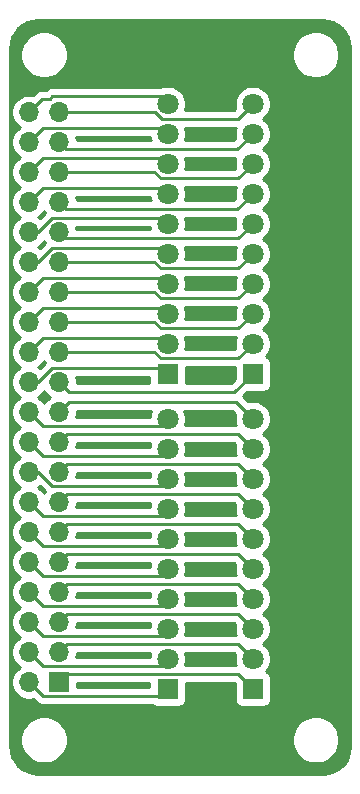
<source format=gbr>
G04 #@! TF.GenerationSoftware,KiCad,Pcbnew,(5.1.6)-1*
G04 #@! TF.CreationDate,2020-11-02T00:41:24+04:00*
G04 #@! TF.ProjectId,RPi3-screw-terminal-shiel,52506933-2d73-4637-9265-772d7465726d,rev?*
G04 #@! TF.SameCoordinates,Original*
G04 #@! TF.FileFunction,Copper,L1,Top*
G04 #@! TF.FilePolarity,Positive*
%FSLAX46Y46*%
G04 Gerber Fmt 4.6, Leading zero omitted, Abs format (unit mm)*
G04 Created by KiCad (PCBNEW (5.1.6)-1) date 2020-11-02 00:41:24*
%MOMM*%
%LPD*%
G01*
G04 APERTURE LIST*
G04 #@! TA.AperFunction,ComponentPad*
%ADD10C,1.800000*%
G04 #@! TD*
G04 #@! TA.AperFunction,ComponentPad*
%ADD11R,1.800000X1.800000*%
G04 #@! TD*
G04 #@! TA.AperFunction,ComponentPad*
%ADD12O,1.700000X1.700000*%
G04 #@! TD*
G04 #@! TA.AperFunction,ComponentPad*
%ADD13R,1.700000X1.700000*%
G04 #@! TD*
G04 #@! TA.AperFunction,Conductor*
%ADD14C,0.250000*%
G04 #@! TD*
G04 #@! TA.AperFunction,NonConductor*
%ADD15C,0.254000*%
G04 #@! TD*
G04 APERTURE END LIST*
D10*
G04 #@! TO.P,J3,10*
G04 #@! TO.N,/39*
X109500000Y-43040000D03*
G04 #@! TO.P,J3,9*
G04 #@! TO.N,/37*
X109500000Y-45580000D03*
G04 #@! TO.P,J3,8*
G04 #@! TO.N,/35*
X109500000Y-48120000D03*
G04 #@! TO.P,J3,7*
G04 #@! TO.N,/33*
X109500000Y-50660000D03*
G04 #@! TO.P,J3,6*
G04 #@! TO.N,/31*
X109500000Y-53200000D03*
G04 #@! TO.P,J3,5*
G04 #@! TO.N,/29*
X109500000Y-55740000D03*
G04 #@! TO.P,J3,4*
G04 #@! TO.N,/27*
X109500000Y-58280000D03*
G04 #@! TO.P,J3,3*
G04 #@! TO.N,/25*
X109500000Y-60820000D03*
G04 #@! TO.P,J3,2*
G04 #@! TO.N,/23*
X109500000Y-63360000D03*
D11*
G04 #@! TO.P,J3,1*
G04 #@! TO.N,/21*
X109500000Y-65900000D03*
G04 #@! TD*
D10*
G04 #@! TO.P,J5,10*
G04 #@! TO.N,/40*
X102300000Y-43040000D03*
G04 #@! TO.P,J5,9*
G04 #@! TO.N,/38*
X102300000Y-45580000D03*
G04 #@! TO.P,J5,8*
G04 #@! TO.N,/36*
X102300000Y-48120000D03*
G04 #@! TO.P,J5,7*
G04 #@! TO.N,/34*
X102300000Y-50660000D03*
G04 #@! TO.P,J5,6*
G04 #@! TO.N,/32*
X102300000Y-53200000D03*
G04 #@! TO.P,J5,5*
G04 #@! TO.N,/30*
X102300000Y-55740000D03*
G04 #@! TO.P,J5,4*
G04 #@! TO.N,/28*
X102300000Y-58280000D03*
G04 #@! TO.P,J5,3*
G04 #@! TO.N,/26*
X102300000Y-60820000D03*
G04 #@! TO.P,J5,2*
G04 #@! TO.N,/24*
X102300000Y-63360000D03*
D11*
G04 #@! TO.P,J5,1*
G04 #@! TO.N,/22*
X102300000Y-65900000D03*
G04 #@! TD*
D10*
G04 #@! TO.P,J2,10*
G04 #@! TO.N,/19*
X109500000Y-69700000D03*
G04 #@! TO.P,J2,9*
G04 #@! TO.N,/17*
X109500000Y-72240000D03*
G04 #@! TO.P,J2,8*
G04 #@! TO.N,/15*
X109500000Y-74780000D03*
G04 #@! TO.P,J2,7*
G04 #@! TO.N,/13*
X109500000Y-77320000D03*
G04 #@! TO.P,J2,6*
G04 #@! TO.N,/11*
X109500000Y-79860000D03*
G04 #@! TO.P,J2,5*
G04 #@! TO.N,/9*
X109500000Y-82400000D03*
G04 #@! TO.P,J2,4*
G04 #@! TO.N,/7*
X109500000Y-84940000D03*
G04 #@! TO.P,J2,3*
G04 #@! TO.N,/5*
X109500000Y-87480000D03*
G04 #@! TO.P,J2,2*
G04 #@! TO.N,/3*
X109500000Y-90020000D03*
D11*
G04 #@! TO.P,J2,1*
G04 #@! TO.N,/1*
X109500000Y-92560000D03*
G04 #@! TD*
G04 #@! TO.P,J4,1*
G04 #@! TO.N,/2*
X102300000Y-92560000D03*
D10*
G04 #@! TO.P,J4,2*
G04 #@! TO.N,/4*
X102300000Y-90020000D03*
G04 #@! TO.P,J4,3*
G04 #@! TO.N,/6*
X102300000Y-87480000D03*
G04 #@! TO.P,J4,4*
G04 #@! TO.N,/8*
X102300000Y-84940000D03*
G04 #@! TO.P,J4,5*
G04 #@! TO.N,/10*
X102300000Y-82400000D03*
G04 #@! TO.P,J4,6*
G04 #@! TO.N,/12*
X102300000Y-79860000D03*
G04 #@! TO.P,J4,7*
G04 #@! TO.N,/14*
X102300000Y-77320000D03*
G04 #@! TO.P,J4,8*
G04 #@! TO.N,/16*
X102300000Y-74780000D03*
G04 #@! TO.P,J4,9*
G04 #@! TO.N,/18*
X102300000Y-72240000D03*
G04 #@! TO.P,J4,10*
G04 #@! TO.N,/20*
X102300000Y-69700000D03*
G04 #@! TD*
D12*
G04 #@! TO.P,J1,40*
G04 #@! TO.N,/40*
X90560000Y-43740000D03*
G04 #@! TO.P,J1,39*
G04 #@! TO.N,/39*
X93100000Y-43740000D03*
G04 #@! TO.P,J1,26*
G04 #@! TO.N,/26*
X90560000Y-61520000D03*
G04 #@! TO.P,J1,25*
G04 #@! TO.N,/25*
X93100000Y-61520000D03*
G04 #@! TO.P,J1,22*
G04 #@! TO.N,/22*
X90560000Y-66600000D03*
G04 #@! TO.P,J1,21*
G04 #@! TO.N,/21*
X93100000Y-66600000D03*
G04 #@! TO.P,J1,30*
G04 #@! TO.N,/30*
X90560000Y-56440000D03*
G04 #@! TO.P,J1,29*
G04 #@! TO.N,/29*
X93100000Y-56440000D03*
G04 #@! TO.P,J1,8*
G04 #@! TO.N,/8*
X90560000Y-84380000D03*
G04 #@! TO.P,J1,7*
G04 #@! TO.N,/7*
X93100000Y-84380000D03*
G04 #@! TO.P,J1,32*
G04 #@! TO.N,/32*
X90560000Y-53900000D03*
G04 #@! TO.P,J1,31*
G04 #@! TO.N,/31*
X93100000Y-53900000D03*
G04 #@! TO.P,J1,18*
G04 #@! TO.N,/18*
X90560000Y-71680000D03*
G04 #@! TO.P,J1,17*
G04 #@! TO.N,/17*
X93100000Y-71680000D03*
G04 #@! TO.P,J1,36*
G04 #@! TO.N,/36*
X90560000Y-48820000D03*
G04 #@! TO.P,J1,35*
G04 #@! TO.N,/35*
X93100000Y-48820000D03*
G04 #@! TO.P,J1,34*
G04 #@! TO.N,/34*
X90560000Y-51360000D03*
G04 #@! TO.P,J1,33*
G04 #@! TO.N,/33*
X93100000Y-51360000D03*
G04 #@! TO.P,J1,38*
G04 #@! TO.N,/38*
X90560000Y-46280000D03*
G04 #@! TO.P,J1,37*
G04 #@! TO.N,/37*
X93100000Y-46280000D03*
G04 #@! TO.P,J1,20*
G04 #@! TO.N,/20*
X90560000Y-69140000D03*
G04 #@! TO.P,J1,19*
G04 #@! TO.N,/19*
X93100000Y-69140000D03*
G04 #@! TO.P,J1,10*
G04 #@! TO.N,/10*
X90560000Y-81840000D03*
G04 #@! TO.P,J1,9*
G04 #@! TO.N,/9*
X93100000Y-81840000D03*
G04 #@! TO.P,J1,14*
G04 #@! TO.N,/14*
X90560000Y-76760000D03*
G04 #@! TO.P,J1,13*
G04 #@! TO.N,/13*
X93100000Y-76760000D03*
G04 #@! TO.P,J1,28*
G04 #@! TO.N,/28*
X90560000Y-58980000D03*
G04 #@! TO.P,J1,27*
G04 #@! TO.N,/27*
X93100000Y-58980000D03*
G04 #@! TO.P,J1,12*
G04 #@! TO.N,/12*
X90560000Y-79300000D03*
G04 #@! TO.P,J1,11*
G04 #@! TO.N,/11*
X93100000Y-79300000D03*
G04 #@! TO.P,J1,24*
G04 #@! TO.N,/24*
X90560000Y-64060000D03*
G04 #@! TO.P,J1,23*
G04 #@! TO.N,/23*
X93100000Y-64060000D03*
D13*
G04 #@! TO.P,J1,1*
G04 #@! TO.N,/1*
X93100000Y-92000000D03*
D12*
G04 #@! TO.P,J1,2*
G04 #@! TO.N,/2*
X90560000Y-92000000D03*
G04 #@! TO.P,J1,5*
G04 #@! TO.N,/5*
X93100000Y-86920000D03*
G04 #@! TO.P,J1,4*
G04 #@! TO.N,/4*
X90560000Y-89460000D03*
G04 #@! TO.P,J1,16*
G04 #@! TO.N,/16*
X90560000Y-74220000D03*
G04 #@! TO.P,J1,15*
G04 #@! TO.N,/15*
X93100000Y-74220000D03*
G04 #@! TO.P,J1,3*
G04 #@! TO.N,/3*
X93100000Y-89460000D03*
G04 #@! TO.P,J1,6*
G04 #@! TO.N,/6*
X90560000Y-86920000D03*
G04 #@! TD*
D14*
G04 #@! TO.N,/40*
X101660000Y-42400000D02*
X102300000Y-43040000D01*
X92500000Y-42400000D02*
X101660000Y-42400000D01*
X90560000Y-43740000D02*
X91700000Y-42600000D01*
X92300000Y-42600000D02*
X92500000Y-42400000D01*
X91700000Y-42600000D02*
X92300000Y-42600000D01*
G04 #@! TO.N,/39*
X101240000Y-43740000D02*
X101800000Y-44300000D01*
X93100000Y-43740000D02*
X101240000Y-43740000D01*
X108240000Y-44300000D02*
X109500000Y-43040000D01*
X101800000Y-44300000D02*
X108240000Y-44300000D01*
G04 #@! TO.N,/26*
X101824999Y-60344999D02*
X102300000Y-60820000D01*
X91735001Y-60344999D02*
X101824999Y-60344999D01*
X90560000Y-61520000D02*
X91735001Y-60344999D01*
G04 #@! TO.N,/25*
X101711999Y-62045001D02*
X108274999Y-62045001D01*
X108274999Y-62045001D02*
X109500000Y-60820000D01*
X101186998Y-61520000D02*
X101711999Y-62045001D01*
X93100000Y-61520000D02*
X101186998Y-61520000D01*
G04 #@! TO.N,/22*
X101824999Y-65424999D02*
X102300000Y-65900000D01*
X91360998Y-66600000D02*
X92535999Y-65424999D01*
X92535999Y-65424999D02*
X101824999Y-65424999D01*
X90560000Y-66600000D02*
X91360998Y-66600000D01*
G04 #@! TO.N,/21*
X107950001Y-67449999D02*
X109500000Y-65900000D01*
X93949999Y-67449999D02*
X107950001Y-67449999D01*
X93100000Y-66600000D02*
X93949999Y-67449999D01*
G04 #@! TO.N,/30*
X101824999Y-55264999D02*
X102300000Y-55740000D01*
X91360998Y-56440000D02*
X92535999Y-55264999D01*
X92535999Y-55264999D02*
X101824999Y-55264999D01*
X90560000Y-56440000D02*
X91360998Y-56440000D01*
G04 #@! TO.N,/29*
X108274999Y-56965001D02*
X109500000Y-55740000D01*
X101711999Y-56965001D02*
X108274999Y-56965001D01*
X101186998Y-56440000D02*
X101711999Y-56965001D01*
X93100000Y-56440000D02*
X101186998Y-56440000D01*
G04 #@! TO.N,/8*
X91735001Y-85555001D02*
X101684999Y-85555001D01*
X101684999Y-85555001D02*
X102300000Y-84940000D01*
X90560000Y-84380000D02*
X91735001Y-85555001D01*
G04 #@! TO.N,/7*
X108274999Y-83714999D02*
X109500000Y-84940000D01*
X93765001Y-83714999D02*
X108274999Y-83714999D01*
X93100000Y-84380000D02*
X93765001Y-83714999D01*
G04 #@! TO.N,/32*
X101824999Y-52724999D02*
X102300000Y-53200000D01*
X92535999Y-52724999D02*
X101824999Y-52724999D01*
X91360998Y-53900000D02*
X92535999Y-52724999D01*
X90560000Y-53900000D02*
X91360998Y-53900000D01*
G04 #@! TO.N,/31*
X108274999Y-54425001D02*
X109500000Y-53200000D01*
X93625001Y-54425001D02*
X108274999Y-54425001D01*
X93100000Y-53900000D02*
X93625001Y-54425001D01*
G04 #@! TO.N,/18*
X101684999Y-72855001D02*
X102300000Y-72240000D01*
X91735001Y-72855001D02*
X101684999Y-72855001D01*
X90560000Y-71680000D02*
X91735001Y-72855001D01*
G04 #@! TO.N,/17*
X108274999Y-71014999D02*
X109500000Y-72240000D01*
X93765001Y-71014999D02*
X108274999Y-71014999D01*
X93100000Y-71680000D02*
X93765001Y-71014999D01*
G04 #@! TO.N,/36*
X101824999Y-47644999D02*
X102300000Y-48120000D01*
X91735001Y-47644999D02*
X101824999Y-47644999D01*
X90560000Y-48820000D02*
X91735001Y-47644999D01*
G04 #@! TO.N,/35*
X108274999Y-49345001D02*
X109500000Y-48120000D01*
X101711999Y-49345001D02*
X108274999Y-49345001D01*
X101186998Y-48820000D02*
X101711999Y-49345001D01*
X93100000Y-48820000D02*
X101186998Y-48820000D01*
G04 #@! TO.N,/34*
X101824999Y-50184999D02*
X102300000Y-50660000D01*
X91735001Y-50184999D02*
X101824999Y-50184999D01*
X90560000Y-51360000D02*
X91735001Y-50184999D01*
G04 #@! TO.N,/33*
X108185001Y-51974999D02*
X109500000Y-50660000D01*
X93714999Y-51974999D02*
X108185001Y-51974999D01*
X93100000Y-51360000D02*
X93714999Y-51974999D01*
G04 #@! TO.N,/38*
X101824999Y-45104999D02*
X102300000Y-45580000D01*
X91735001Y-45104999D02*
X101824999Y-45104999D01*
X90560000Y-46280000D02*
X91735001Y-45104999D01*
G04 #@! TO.N,/37*
X108185001Y-46894999D02*
X109500000Y-45580000D01*
X93714999Y-46894999D02*
X108185001Y-46894999D01*
X93100000Y-46280000D02*
X93714999Y-46894999D01*
G04 #@! TO.N,/20*
X101684999Y-70315001D02*
X102300000Y-69700000D01*
X91735001Y-70315001D02*
X101684999Y-70315001D01*
X90560000Y-69140000D02*
X91735001Y-70315001D01*
G04 #@! TO.N,/19*
X108090001Y-68290001D02*
X109500000Y-69700000D01*
X93949999Y-68290001D02*
X108090001Y-68290001D01*
X93100000Y-69140000D02*
X93949999Y-68290001D01*
G04 #@! TO.N,/10*
X101684999Y-83015001D02*
X102300000Y-82400000D01*
X91735001Y-83015001D02*
X101684999Y-83015001D01*
X90560000Y-81840000D02*
X91735001Y-83015001D01*
G04 #@! TO.N,/9*
X93765001Y-81174999D02*
X108274999Y-81174999D01*
X108274999Y-81174999D02*
X109500000Y-82400000D01*
X93100000Y-81840000D02*
X93765001Y-81174999D01*
G04 #@! TO.N,/14*
X101684999Y-77935001D02*
X102300000Y-77320000D01*
X91735001Y-77935001D02*
X101684999Y-77935001D01*
X90560000Y-76760000D02*
X91735001Y-77935001D01*
G04 #@! TO.N,/13*
X108274999Y-76094999D02*
X109500000Y-77320000D01*
X93765001Y-76094999D02*
X108274999Y-76094999D01*
X93100000Y-76760000D02*
X93765001Y-76094999D01*
G04 #@! TO.N,/28*
X91735001Y-57804999D02*
X101824999Y-57804999D01*
X101824999Y-57804999D02*
X102300000Y-58280000D01*
X90560000Y-58980000D02*
X91735001Y-57804999D01*
G04 #@! TO.N,/27*
X108274999Y-59505001D02*
X109500000Y-58280000D01*
X101711999Y-59505001D02*
X108274999Y-59505001D01*
X101186998Y-58980000D02*
X101711999Y-59505001D01*
X93100000Y-58980000D02*
X101186998Y-58980000D01*
G04 #@! TO.N,/12*
X101684999Y-80475001D02*
X102300000Y-79860000D01*
X91735001Y-80475001D02*
X101684999Y-80475001D01*
X90560000Y-79300000D02*
X91735001Y-80475001D01*
G04 #@! TO.N,/11*
X93765001Y-78634999D02*
X108274999Y-78634999D01*
X108274999Y-78634999D02*
X109500000Y-79860000D01*
X93100000Y-79300000D02*
X93765001Y-78634999D01*
G04 #@! TO.N,/24*
X101824999Y-62884999D02*
X102300000Y-63360000D01*
X91735001Y-62884999D02*
X101824999Y-62884999D01*
X90560000Y-64060000D02*
X91735001Y-62884999D01*
G04 #@! TO.N,/23*
X108274999Y-64585001D02*
X109500000Y-63360000D01*
X101711999Y-64585001D02*
X108274999Y-64585001D01*
X101186998Y-64060000D02*
X101711999Y-64585001D01*
X93100000Y-64060000D02*
X101186998Y-64060000D01*
G04 #@! TO.N,/1*
X108274999Y-91334999D02*
X109500000Y-92560000D01*
X93765001Y-91334999D02*
X108274999Y-91334999D01*
X93100000Y-92000000D02*
X93765001Y-91334999D01*
G04 #@! TO.N,/2*
X101684999Y-93175001D02*
X102300000Y-92560000D01*
X91735001Y-93175001D02*
X101684999Y-93175001D01*
X90560000Y-92000000D02*
X91735001Y-93175001D01*
G04 #@! TO.N,/5*
X108274999Y-86254999D02*
X109500000Y-87480000D01*
X93765001Y-86254999D02*
X108274999Y-86254999D01*
X93100000Y-86920000D02*
X93765001Y-86254999D01*
G04 #@! TO.N,/4*
X101684999Y-90635001D02*
X102300000Y-90020000D01*
X91735001Y-90635001D02*
X101684999Y-90635001D01*
X90560000Y-89460000D02*
X91735001Y-90635001D01*
G04 #@! TO.N,/16*
X92535999Y-75395001D02*
X101684999Y-75395001D01*
X91360998Y-74220000D02*
X92535999Y-75395001D01*
X101684999Y-75395001D02*
X102300000Y-74780000D01*
X90560000Y-74220000D02*
X91360998Y-74220000D01*
G04 #@! TO.N,/15*
X108274999Y-73554999D02*
X109500000Y-74780000D01*
X93765001Y-73554999D02*
X108274999Y-73554999D01*
X93100000Y-74220000D02*
X93765001Y-73554999D01*
G04 #@! TO.N,/3*
X93765001Y-88794999D02*
X108274999Y-88794999D01*
X108274999Y-88794999D02*
X109500000Y-90020000D01*
X93100000Y-89460000D02*
X93765001Y-88794999D01*
G04 #@! TO.N,/6*
X101684999Y-88095001D02*
X102300000Y-87480000D01*
X91735001Y-88095001D02*
X101684999Y-88095001D01*
X90560000Y-86920000D02*
X91735001Y-88095001D01*
G04 #@! TD*
D15*
G36*
X115853893Y-36007670D02*
G01*
X116290498Y-36139489D01*
X116693185Y-36353600D01*
X117046612Y-36641848D01*
X117337327Y-36993261D01*
X117554242Y-37394439D01*
X117689106Y-37830113D01*
X117740001Y-38314353D01*
X117740000Y-97467722D01*
X117694235Y-97934468D01*
X117568056Y-98352391D01*
X117363105Y-98737849D01*
X117087193Y-99076149D01*
X116750820Y-99354421D01*
X116366809Y-99562055D01*
X115949775Y-99691149D01*
X115484985Y-99740000D01*
X91332279Y-99740000D01*
X90846106Y-99692330D01*
X90409503Y-99560512D01*
X90006814Y-99346399D01*
X89653387Y-99058150D01*
X89362673Y-98706739D01*
X89145760Y-98305564D01*
X89010894Y-97869886D01*
X88960000Y-97385664D01*
X88960000Y-96672032D01*
X89820000Y-96672032D01*
X89820000Y-97067968D01*
X89897243Y-97456296D01*
X90048761Y-97822092D01*
X90268731Y-98151301D01*
X90548699Y-98431269D01*
X90877908Y-98651239D01*
X91243704Y-98802757D01*
X91632032Y-98880000D01*
X92027968Y-98880000D01*
X92416296Y-98802757D01*
X92782092Y-98651239D01*
X93111301Y-98431269D01*
X93391269Y-98151301D01*
X93611239Y-97822092D01*
X93762757Y-97456296D01*
X93840000Y-97067968D01*
X93840000Y-96672032D01*
X112820000Y-96672032D01*
X112820000Y-97067968D01*
X112897243Y-97456296D01*
X113048761Y-97822092D01*
X113268731Y-98151301D01*
X113548699Y-98431269D01*
X113877908Y-98651239D01*
X114243704Y-98802757D01*
X114632032Y-98880000D01*
X115027968Y-98880000D01*
X115416296Y-98802757D01*
X115782092Y-98651239D01*
X116111301Y-98431269D01*
X116391269Y-98151301D01*
X116611239Y-97822092D01*
X116762757Y-97456296D01*
X116840000Y-97067968D01*
X116840000Y-96672032D01*
X116762757Y-96283704D01*
X116611239Y-95917908D01*
X116391269Y-95588699D01*
X116111301Y-95308731D01*
X115782092Y-95088761D01*
X115416296Y-94937243D01*
X115027968Y-94860000D01*
X114632032Y-94860000D01*
X114243704Y-94937243D01*
X113877908Y-95088761D01*
X113548699Y-95308731D01*
X113268731Y-95588699D01*
X113048761Y-95917908D01*
X112897243Y-96283704D01*
X112820000Y-96672032D01*
X93840000Y-96672032D01*
X93762757Y-96283704D01*
X93611239Y-95917908D01*
X93391269Y-95588699D01*
X93111301Y-95308731D01*
X92782092Y-95088761D01*
X92416296Y-94937243D01*
X92027968Y-94860000D01*
X91632032Y-94860000D01*
X91243704Y-94937243D01*
X90877908Y-95088761D01*
X90548699Y-95308731D01*
X90268731Y-95588699D01*
X90048761Y-95917908D01*
X89897243Y-96283704D01*
X89820000Y-96672032D01*
X88960000Y-96672032D01*
X88960000Y-43593740D01*
X89075000Y-43593740D01*
X89075000Y-43886260D01*
X89132068Y-44173158D01*
X89244010Y-44443411D01*
X89406525Y-44686632D01*
X89613368Y-44893475D01*
X89787760Y-45010000D01*
X89613368Y-45126525D01*
X89406525Y-45333368D01*
X89244010Y-45576589D01*
X89132068Y-45846842D01*
X89075000Y-46133740D01*
X89075000Y-46426260D01*
X89132068Y-46713158D01*
X89244010Y-46983411D01*
X89406525Y-47226632D01*
X89613368Y-47433475D01*
X89787760Y-47550000D01*
X89613368Y-47666525D01*
X89406525Y-47873368D01*
X89244010Y-48116589D01*
X89132068Y-48386842D01*
X89075000Y-48673740D01*
X89075000Y-48966260D01*
X89132068Y-49253158D01*
X89244010Y-49523411D01*
X89406525Y-49766632D01*
X89613368Y-49973475D01*
X89787760Y-50090000D01*
X89613368Y-50206525D01*
X89406525Y-50413368D01*
X89244010Y-50656589D01*
X89132068Y-50926842D01*
X89075000Y-51213740D01*
X89075000Y-51506260D01*
X89132068Y-51793158D01*
X89244010Y-52063411D01*
X89406525Y-52306632D01*
X89613368Y-52513475D01*
X89787760Y-52630000D01*
X89613368Y-52746525D01*
X89406525Y-52953368D01*
X89244010Y-53196589D01*
X89132068Y-53466842D01*
X89075000Y-53753740D01*
X89075000Y-54046260D01*
X89132068Y-54333158D01*
X89244010Y-54603411D01*
X89406525Y-54846632D01*
X89613368Y-55053475D01*
X89787760Y-55170000D01*
X89613368Y-55286525D01*
X89406525Y-55493368D01*
X89244010Y-55736589D01*
X89132068Y-56006842D01*
X89075000Y-56293740D01*
X89075000Y-56586260D01*
X89132068Y-56873158D01*
X89244010Y-57143411D01*
X89406525Y-57386632D01*
X89613368Y-57593475D01*
X89787760Y-57710000D01*
X89613368Y-57826525D01*
X89406525Y-58033368D01*
X89244010Y-58276589D01*
X89132068Y-58546842D01*
X89075000Y-58833740D01*
X89075000Y-59126260D01*
X89132068Y-59413158D01*
X89244010Y-59683411D01*
X89406525Y-59926632D01*
X89613368Y-60133475D01*
X89787760Y-60250000D01*
X89613368Y-60366525D01*
X89406525Y-60573368D01*
X89244010Y-60816589D01*
X89132068Y-61086842D01*
X89075000Y-61373740D01*
X89075000Y-61666260D01*
X89132068Y-61953158D01*
X89244010Y-62223411D01*
X89406525Y-62466632D01*
X89613368Y-62673475D01*
X89787760Y-62790000D01*
X89613368Y-62906525D01*
X89406525Y-63113368D01*
X89244010Y-63356589D01*
X89132068Y-63626842D01*
X89075000Y-63913740D01*
X89075000Y-64206260D01*
X89132068Y-64493158D01*
X89244010Y-64763411D01*
X89406525Y-65006632D01*
X89613368Y-65213475D01*
X89787760Y-65330000D01*
X89613368Y-65446525D01*
X89406525Y-65653368D01*
X89244010Y-65896589D01*
X89132068Y-66166842D01*
X89075000Y-66453740D01*
X89075000Y-66746260D01*
X89132068Y-67033158D01*
X89244010Y-67303411D01*
X89406525Y-67546632D01*
X89613368Y-67753475D01*
X89787760Y-67870000D01*
X89613368Y-67986525D01*
X89406525Y-68193368D01*
X89244010Y-68436589D01*
X89132068Y-68706842D01*
X89075000Y-68993740D01*
X89075000Y-69286260D01*
X89132068Y-69573158D01*
X89244010Y-69843411D01*
X89406525Y-70086632D01*
X89613368Y-70293475D01*
X89787760Y-70410000D01*
X89613368Y-70526525D01*
X89406525Y-70733368D01*
X89244010Y-70976589D01*
X89132068Y-71246842D01*
X89075000Y-71533740D01*
X89075000Y-71826260D01*
X89132068Y-72113158D01*
X89244010Y-72383411D01*
X89406525Y-72626632D01*
X89613368Y-72833475D01*
X89787760Y-72950000D01*
X89613368Y-73066525D01*
X89406525Y-73273368D01*
X89244010Y-73516589D01*
X89132068Y-73786842D01*
X89075000Y-74073740D01*
X89075000Y-74366260D01*
X89132068Y-74653158D01*
X89244010Y-74923411D01*
X89406525Y-75166632D01*
X89613368Y-75373475D01*
X89787760Y-75490000D01*
X89613368Y-75606525D01*
X89406525Y-75813368D01*
X89244010Y-76056589D01*
X89132068Y-76326842D01*
X89075000Y-76613740D01*
X89075000Y-76906260D01*
X89132068Y-77193158D01*
X89244010Y-77463411D01*
X89406525Y-77706632D01*
X89613368Y-77913475D01*
X89787760Y-78030000D01*
X89613368Y-78146525D01*
X89406525Y-78353368D01*
X89244010Y-78596589D01*
X89132068Y-78866842D01*
X89075000Y-79153740D01*
X89075000Y-79446260D01*
X89132068Y-79733158D01*
X89244010Y-80003411D01*
X89406525Y-80246632D01*
X89613368Y-80453475D01*
X89787760Y-80570000D01*
X89613368Y-80686525D01*
X89406525Y-80893368D01*
X89244010Y-81136589D01*
X89132068Y-81406842D01*
X89075000Y-81693740D01*
X89075000Y-81986260D01*
X89132068Y-82273158D01*
X89244010Y-82543411D01*
X89406525Y-82786632D01*
X89613368Y-82993475D01*
X89787760Y-83110000D01*
X89613368Y-83226525D01*
X89406525Y-83433368D01*
X89244010Y-83676589D01*
X89132068Y-83946842D01*
X89075000Y-84233740D01*
X89075000Y-84526260D01*
X89132068Y-84813158D01*
X89244010Y-85083411D01*
X89406525Y-85326632D01*
X89613368Y-85533475D01*
X89787760Y-85650000D01*
X89613368Y-85766525D01*
X89406525Y-85973368D01*
X89244010Y-86216589D01*
X89132068Y-86486842D01*
X89075000Y-86773740D01*
X89075000Y-87066260D01*
X89132068Y-87353158D01*
X89244010Y-87623411D01*
X89406525Y-87866632D01*
X89613368Y-88073475D01*
X89787760Y-88190000D01*
X89613368Y-88306525D01*
X89406525Y-88513368D01*
X89244010Y-88756589D01*
X89132068Y-89026842D01*
X89075000Y-89313740D01*
X89075000Y-89606260D01*
X89132068Y-89893158D01*
X89244010Y-90163411D01*
X89406525Y-90406632D01*
X89613368Y-90613475D01*
X89787760Y-90730000D01*
X89613368Y-90846525D01*
X89406525Y-91053368D01*
X89244010Y-91296589D01*
X89132068Y-91566842D01*
X89075000Y-91853740D01*
X89075000Y-92146260D01*
X89132068Y-92433158D01*
X89244010Y-92703411D01*
X89406525Y-92946632D01*
X89613368Y-93153475D01*
X89856589Y-93315990D01*
X90126842Y-93427932D01*
X90413740Y-93485000D01*
X90706260Y-93485000D01*
X90926408Y-93441210D01*
X91171202Y-93686004D01*
X91195000Y-93715002D01*
X91310725Y-93809975D01*
X91442754Y-93880547D01*
X91586015Y-93924004D01*
X91697668Y-93935001D01*
X91697677Y-93935001D01*
X91735000Y-93938677D01*
X91772323Y-93935001D01*
X100977835Y-93935001D01*
X101045506Y-93990537D01*
X101155820Y-94049502D01*
X101275518Y-94085812D01*
X101400000Y-94098072D01*
X103200000Y-94098072D01*
X103324482Y-94085812D01*
X103444180Y-94049502D01*
X103554494Y-93990537D01*
X103651185Y-93911185D01*
X103730537Y-93814494D01*
X103789502Y-93704180D01*
X103825812Y-93584482D01*
X103838072Y-93460000D01*
X103838072Y-92094999D01*
X107960198Y-92094999D01*
X107961928Y-92096729D01*
X107961928Y-93460000D01*
X107974188Y-93584482D01*
X108010498Y-93704180D01*
X108069463Y-93814494D01*
X108148815Y-93911185D01*
X108245506Y-93990537D01*
X108355820Y-94049502D01*
X108475518Y-94085812D01*
X108600000Y-94098072D01*
X110400000Y-94098072D01*
X110524482Y-94085812D01*
X110644180Y-94049502D01*
X110754494Y-93990537D01*
X110851185Y-93911185D01*
X110930537Y-93814494D01*
X110989502Y-93704180D01*
X111025812Y-93584482D01*
X111038072Y-93460000D01*
X111038072Y-91660000D01*
X111025812Y-91535518D01*
X110989502Y-91415820D01*
X110930537Y-91305506D01*
X110851185Y-91208815D01*
X110754494Y-91129463D01*
X110644180Y-91070498D01*
X110625873Y-91064944D01*
X110692312Y-90998505D01*
X110860299Y-90747095D01*
X110976011Y-90467743D01*
X111035000Y-90171184D01*
X111035000Y-89868816D01*
X110976011Y-89572257D01*
X110860299Y-89292905D01*
X110692312Y-89041495D01*
X110478505Y-88827688D01*
X110362237Y-88750000D01*
X110478505Y-88672312D01*
X110692312Y-88458505D01*
X110860299Y-88207095D01*
X110976011Y-87927743D01*
X111035000Y-87631184D01*
X111035000Y-87328816D01*
X110976011Y-87032257D01*
X110860299Y-86752905D01*
X110692312Y-86501495D01*
X110478505Y-86287688D01*
X110362237Y-86210000D01*
X110478505Y-86132312D01*
X110692312Y-85918505D01*
X110860299Y-85667095D01*
X110976011Y-85387743D01*
X111035000Y-85091184D01*
X111035000Y-84788816D01*
X110976011Y-84492257D01*
X110860299Y-84212905D01*
X110692312Y-83961495D01*
X110478505Y-83747688D01*
X110362237Y-83670000D01*
X110478505Y-83592312D01*
X110692312Y-83378505D01*
X110860299Y-83127095D01*
X110976011Y-82847743D01*
X111035000Y-82551184D01*
X111035000Y-82248816D01*
X110976011Y-81952257D01*
X110860299Y-81672905D01*
X110692312Y-81421495D01*
X110478505Y-81207688D01*
X110362237Y-81130000D01*
X110478505Y-81052312D01*
X110692312Y-80838505D01*
X110860299Y-80587095D01*
X110976011Y-80307743D01*
X111035000Y-80011184D01*
X111035000Y-79708816D01*
X110976011Y-79412257D01*
X110860299Y-79132905D01*
X110692312Y-78881495D01*
X110478505Y-78667688D01*
X110362237Y-78590000D01*
X110478505Y-78512312D01*
X110692312Y-78298505D01*
X110860299Y-78047095D01*
X110976011Y-77767743D01*
X111035000Y-77471184D01*
X111035000Y-77168816D01*
X110976011Y-76872257D01*
X110860299Y-76592905D01*
X110692312Y-76341495D01*
X110478505Y-76127688D01*
X110362237Y-76050000D01*
X110478505Y-75972312D01*
X110692312Y-75758505D01*
X110860299Y-75507095D01*
X110976011Y-75227743D01*
X111035000Y-74931184D01*
X111035000Y-74628816D01*
X110976011Y-74332257D01*
X110860299Y-74052905D01*
X110692312Y-73801495D01*
X110478505Y-73587688D01*
X110362237Y-73510000D01*
X110478505Y-73432312D01*
X110692312Y-73218505D01*
X110860299Y-72967095D01*
X110976011Y-72687743D01*
X111035000Y-72391184D01*
X111035000Y-72088816D01*
X110976011Y-71792257D01*
X110860299Y-71512905D01*
X110692312Y-71261495D01*
X110478505Y-71047688D01*
X110362237Y-70970000D01*
X110478505Y-70892312D01*
X110692312Y-70678505D01*
X110860299Y-70427095D01*
X110976011Y-70147743D01*
X111035000Y-69851184D01*
X111035000Y-69548816D01*
X110976011Y-69252257D01*
X110860299Y-68972905D01*
X110692312Y-68721495D01*
X110478505Y-68507688D01*
X110227095Y-68339701D01*
X109947743Y-68223989D01*
X109651184Y-68165000D01*
X109348816Y-68165000D01*
X109091070Y-68216269D01*
X108674801Y-67800000D01*
X109036729Y-67438072D01*
X110400000Y-67438072D01*
X110524482Y-67425812D01*
X110644180Y-67389502D01*
X110754494Y-67330537D01*
X110851185Y-67251185D01*
X110930537Y-67154494D01*
X110989502Y-67044180D01*
X111025812Y-66924482D01*
X111038072Y-66800000D01*
X111038072Y-65000000D01*
X111025812Y-64875518D01*
X110989502Y-64755820D01*
X110930537Y-64645506D01*
X110851185Y-64548815D01*
X110754494Y-64469463D01*
X110644180Y-64410498D01*
X110625873Y-64404944D01*
X110692312Y-64338505D01*
X110860299Y-64087095D01*
X110976011Y-63807743D01*
X111035000Y-63511184D01*
X111035000Y-63208816D01*
X110976011Y-62912257D01*
X110860299Y-62632905D01*
X110692312Y-62381495D01*
X110478505Y-62167688D01*
X110362237Y-62090000D01*
X110478505Y-62012312D01*
X110692312Y-61798505D01*
X110860299Y-61547095D01*
X110976011Y-61267743D01*
X111035000Y-60971184D01*
X111035000Y-60668816D01*
X110976011Y-60372257D01*
X110860299Y-60092905D01*
X110692312Y-59841495D01*
X110478505Y-59627688D01*
X110362237Y-59550000D01*
X110478505Y-59472312D01*
X110692312Y-59258505D01*
X110860299Y-59007095D01*
X110976011Y-58727743D01*
X111035000Y-58431184D01*
X111035000Y-58128816D01*
X110976011Y-57832257D01*
X110860299Y-57552905D01*
X110692312Y-57301495D01*
X110478505Y-57087688D01*
X110362237Y-57010000D01*
X110478505Y-56932312D01*
X110692312Y-56718505D01*
X110860299Y-56467095D01*
X110976011Y-56187743D01*
X111035000Y-55891184D01*
X111035000Y-55588816D01*
X110976011Y-55292257D01*
X110860299Y-55012905D01*
X110692312Y-54761495D01*
X110478505Y-54547688D01*
X110362237Y-54470000D01*
X110478505Y-54392312D01*
X110692312Y-54178505D01*
X110860299Y-53927095D01*
X110976011Y-53647743D01*
X111035000Y-53351184D01*
X111035000Y-53048816D01*
X110976011Y-52752257D01*
X110860299Y-52472905D01*
X110692312Y-52221495D01*
X110478505Y-52007688D01*
X110362237Y-51930000D01*
X110478505Y-51852312D01*
X110692312Y-51638505D01*
X110860299Y-51387095D01*
X110976011Y-51107743D01*
X111035000Y-50811184D01*
X111035000Y-50508816D01*
X110976011Y-50212257D01*
X110860299Y-49932905D01*
X110692312Y-49681495D01*
X110478505Y-49467688D01*
X110362237Y-49390000D01*
X110478505Y-49312312D01*
X110692312Y-49098505D01*
X110860299Y-48847095D01*
X110976011Y-48567743D01*
X111035000Y-48271184D01*
X111035000Y-47968816D01*
X110976011Y-47672257D01*
X110860299Y-47392905D01*
X110692312Y-47141495D01*
X110478505Y-46927688D01*
X110362237Y-46850000D01*
X110478505Y-46772312D01*
X110692312Y-46558505D01*
X110860299Y-46307095D01*
X110976011Y-46027743D01*
X111035000Y-45731184D01*
X111035000Y-45428816D01*
X110976011Y-45132257D01*
X110860299Y-44852905D01*
X110692312Y-44601495D01*
X110478505Y-44387688D01*
X110362237Y-44310000D01*
X110478505Y-44232312D01*
X110692312Y-44018505D01*
X110860299Y-43767095D01*
X110976011Y-43487743D01*
X111035000Y-43191184D01*
X111035000Y-42888816D01*
X110976011Y-42592257D01*
X110860299Y-42312905D01*
X110692312Y-42061495D01*
X110478505Y-41847688D01*
X110227095Y-41679701D01*
X109947743Y-41563989D01*
X109651184Y-41505000D01*
X109348816Y-41505000D01*
X109052257Y-41563989D01*
X108772905Y-41679701D01*
X108521495Y-41847688D01*
X108307688Y-42061495D01*
X108139701Y-42312905D01*
X108023989Y-42592257D01*
X107965000Y-42888816D01*
X107965000Y-43191184D01*
X108016269Y-43448930D01*
X107925199Y-43540000D01*
X103754365Y-43540000D01*
X103776011Y-43487743D01*
X103835000Y-43191184D01*
X103835000Y-42888816D01*
X103776011Y-42592257D01*
X103660299Y-42312905D01*
X103492312Y-42061495D01*
X103278505Y-41847688D01*
X103027095Y-41679701D01*
X102747743Y-41563989D01*
X102451184Y-41505000D01*
X102148816Y-41505000D01*
X101852257Y-41563989D01*
X101674240Y-41637727D01*
X101660000Y-41636324D01*
X101622678Y-41640000D01*
X92537325Y-41640000D01*
X92500000Y-41636324D01*
X92462675Y-41640000D01*
X92462667Y-41640000D01*
X92351014Y-41650997D01*
X92207753Y-41694454D01*
X92075724Y-41765026D01*
X91984368Y-41840000D01*
X91737322Y-41840000D01*
X91699999Y-41836324D01*
X91662676Y-41840000D01*
X91662667Y-41840000D01*
X91551014Y-41850997D01*
X91407753Y-41894454D01*
X91275724Y-41965026D01*
X91275722Y-41965027D01*
X91275723Y-41965027D01*
X91188996Y-42036201D01*
X91188992Y-42036205D01*
X91159999Y-42059999D01*
X91136205Y-42088992D01*
X90926407Y-42298790D01*
X90706260Y-42255000D01*
X90413740Y-42255000D01*
X90126842Y-42312068D01*
X89856589Y-42424010D01*
X89613368Y-42586525D01*
X89406525Y-42793368D01*
X89244010Y-43036589D01*
X89132068Y-43306842D01*
X89075000Y-43593740D01*
X88960000Y-43593740D01*
X88960000Y-38672032D01*
X89820000Y-38672032D01*
X89820000Y-39067968D01*
X89897243Y-39456296D01*
X90048761Y-39822092D01*
X90268731Y-40151301D01*
X90548699Y-40431269D01*
X90877908Y-40651239D01*
X91243704Y-40802757D01*
X91632032Y-40880000D01*
X92027968Y-40880000D01*
X92416296Y-40802757D01*
X92782092Y-40651239D01*
X93111301Y-40431269D01*
X93391269Y-40151301D01*
X93611239Y-39822092D01*
X93762757Y-39456296D01*
X93840000Y-39067968D01*
X93840000Y-38672032D01*
X112820000Y-38672032D01*
X112820000Y-39067968D01*
X112897243Y-39456296D01*
X113048761Y-39822092D01*
X113268731Y-40151301D01*
X113548699Y-40431269D01*
X113877908Y-40651239D01*
X114243704Y-40802757D01*
X114632032Y-40880000D01*
X115027968Y-40880000D01*
X115416296Y-40802757D01*
X115782092Y-40651239D01*
X116111301Y-40431269D01*
X116391269Y-40151301D01*
X116611239Y-39822092D01*
X116762757Y-39456296D01*
X116840000Y-39067968D01*
X116840000Y-38672032D01*
X116762757Y-38283704D01*
X116611239Y-37917908D01*
X116391269Y-37588699D01*
X116111301Y-37308731D01*
X115782092Y-37088761D01*
X115416296Y-36937243D01*
X115027968Y-36860000D01*
X114632032Y-36860000D01*
X114243704Y-36937243D01*
X113877908Y-37088761D01*
X113548699Y-37308731D01*
X113268731Y-37588699D01*
X113048761Y-37917908D01*
X112897243Y-38283704D01*
X112820000Y-38672032D01*
X93840000Y-38672032D01*
X93762757Y-38283704D01*
X93611239Y-37917908D01*
X93391269Y-37588699D01*
X93111301Y-37308731D01*
X92782092Y-37088761D01*
X92416296Y-36937243D01*
X92027968Y-36860000D01*
X91632032Y-36860000D01*
X91243704Y-36937243D01*
X90877908Y-37088761D01*
X90548699Y-37308731D01*
X90268731Y-37588699D01*
X90048761Y-37917908D01*
X89897243Y-38283704D01*
X89820000Y-38672032D01*
X88960000Y-38672032D01*
X88960000Y-38332279D01*
X89007670Y-37846107D01*
X89139489Y-37409502D01*
X89353600Y-37006815D01*
X89641848Y-36653388D01*
X89993261Y-36362673D01*
X90394439Y-36145758D01*
X90830113Y-36010894D01*
X91314344Y-35960000D01*
X115367721Y-35960000D01*
X115853893Y-36007670D01*
G37*
X115853893Y-36007670D02*
X116290498Y-36139489D01*
X116693185Y-36353600D01*
X117046612Y-36641848D01*
X117337327Y-36993261D01*
X117554242Y-37394439D01*
X117689106Y-37830113D01*
X117740001Y-38314353D01*
X117740000Y-97467722D01*
X117694235Y-97934468D01*
X117568056Y-98352391D01*
X117363105Y-98737849D01*
X117087193Y-99076149D01*
X116750820Y-99354421D01*
X116366809Y-99562055D01*
X115949775Y-99691149D01*
X115484985Y-99740000D01*
X91332279Y-99740000D01*
X90846106Y-99692330D01*
X90409503Y-99560512D01*
X90006814Y-99346399D01*
X89653387Y-99058150D01*
X89362673Y-98706739D01*
X89145760Y-98305564D01*
X89010894Y-97869886D01*
X88960000Y-97385664D01*
X88960000Y-96672032D01*
X89820000Y-96672032D01*
X89820000Y-97067968D01*
X89897243Y-97456296D01*
X90048761Y-97822092D01*
X90268731Y-98151301D01*
X90548699Y-98431269D01*
X90877908Y-98651239D01*
X91243704Y-98802757D01*
X91632032Y-98880000D01*
X92027968Y-98880000D01*
X92416296Y-98802757D01*
X92782092Y-98651239D01*
X93111301Y-98431269D01*
X93391269Y-98151301D01*
X93611239Y-97822092D01*
X93762757Y-97456296D01*
X93840000Y-97067968D01*
X93840000Y-96672032D01*
X112820000Y-96672032D01*
X112820000Y-97067968D01*
X112897243Y-97456296D01*
X113048761Y-97822092D01*
X113268731Y-98151301D01*
X113548699Y-98431269D01*
X113877908Y-98651239D01*
X114243704Y-98802757D01*
X114632032Y-98880000D01*
X115027968Y-98880000D01*
X115416296Y-98802757D01*
X115782092Y-98651239D01*
X116111301Y-98431269D01*
X116391269Y-98151301D01*
X116611239Y-97822092D01*
X116762757Y-97456296D01*
X116840000Y-97067968D01*
X116840000Y-96672032D01*
X116762757Y-96283704D01*
X116611239Y-95917908D01*
X116391269Y-95588699D01*
X116111301Y-95308731D01*
X115782092Y-95088761D01*
X115416296Y-94937243D01*
X115027968Y-94860000D01*
X114632032Y-94860000D01*
X114243704Y-94937243D01*
X113877908Y-95088761D01*
X113548699Y-95308731D01*
X113268731Y-95588699D01*
X113048761Y-95917908D01*
X112897243Y-96283704D01*
X112820000Y-96672032D01*
X93840000Y-96672032D01*
X93762757Y-96283704D01*
X93611239Y-95917908D01*
X93391269Y-95588699D01*
X93111301Y-95308731D01*
X92782092Y-95088761D01*
X92416296Y-94937243D01*
X92027968Y-94860000D01*
X91632032Y-94860000D01*
X91243704Y-94937243D01*
X90877908Y-95088761D01*
X90548699Y-95308731D01*
X90268731Y-95588699D01*
X90048761Y-95917908D01*
X89897243Y-96283704D01*
X89820000Y-96672032D01*
X88960000Y-96672032D01*
X88960000Y-43593740D01*
X89075000Y-43593740D01*
X89075000Y-43886260D01*
X89132068Y-44173158D01*
X89244010Y-44443411D01*
X89406525Y-44686632D01*
X89613368Y-44893475D01*
X89787760Y-45010000D01*
X89613368Y-45126525D01*
X89406525Y-45333368D01*
X89244010Y-45576589D01*
X89132068Y-45846842D01*
X89075000Y-46133740D01*
X89075000Y-46426260D01*
X89132068Y-46713158D01*
X89244010Y-46983411D01*
X89406525Y-47226632D01*
X89613368Y-47433475D01*
X89787760Y-47550000D01*
X89613368Y-47666525D01*
X89406525Y-47873368D01*
X89244010Y-48116589D01*
X89132068Y-48386842D01*
X89075000Y-48673740D01*
X89075000Y-48966260D01*
X89132068Y-49253158D01*
X89244010Y-49523411D01*
X89406525Y-49766632D01*
X89613368Y-49973475D01*
X89787760Y-50090000D01*
X89613368Y-50206525D01*
X89406525Y-50413368D01*
X89244010Y-50656589D01*
X89132068Y-50926842D01*
X89075000Y-51213740D01*
X89075000Y-51506260D01*
X89132068Y-51793158D01*
X89244010Y-52063411D01*
X89406525Y-52306632D01*
X89613368Y-52513475D01*
X89787760Y-52630000D01*
X89613368Y-52746525D01*
X89406525Y-52953368D01*
X89244010Y-53196589D01*
X89132068Y-53466842D01*
X89075000Y-53753740D01*
X89075000Y-54046260D01*
X89132068Y-54333158D01*
X89244010Y-54603411D01*
X89406525Y-54846632D01*
X89613368Y-55053475D01*
X89787760Y-55170000D01*
X89613368Y-55286525D01*
X89406525Y-55493368D01*
X89244010Y-55736589D01*
X89132068Y-56006842D01*
X89075000Y-56293740D01*
X89075000Y-56586260D01*
X89132068Y-56873158D01*
X89244010Y-57143411D01*
X89406525Y-57386632D01*
X89613368Y-57593475D01*
X89787760Y-57710000D01*
X89613368Y-57826525D01*
X89406525Y-58033368D01*
X89244010Y-58276589D01*
X89132068Y-58546842D01*
X89075000Y-58833740D01*
X89075000Y-59126260D01*
X89132068Y-59413158D01*
X89244010Y-59683411D01*
X89406525Y-59926632D01*
X89613368Y-60133475D01*
X89787760Y-60250000D01*
X89613368Y-60366525D01*
X89406525Y-60573368D01*
X89244010Y-60816589D01*
X89132068Y-61086842D01*
X89075000Y-61373740D01*
X89075000Y-61666260D01*
X89132068Y-61953158D01*
X89244010Y-62223411D01*
X89406525Y-62466632D01*
X89613368Y-62673475D01*
X89787760Y-62790000D01*
X89613368Y-62906525D01*
X89406525Y-63113368D01*
X89244010Y-63356589D01*
X89132068Y-63626842D01*
X89075000Y-63913740D01*
X89075000Y-64206260D01*
X89132068Y-64493158D01*
X89244010Y-64763411D01*
X89406525Y-65006632D01*
X89613368Y-65213475D01*
X89787760Y-65330000D01*
X89613368Y-65446525D01*
X89406525Y-65653368D01*
X89244010Y-65896589D01*
X89132068Y-66166842D01*
X89075000Y-66453740D01*
X89075000Y-66746260D01*
X89132068Y-67033158D01*
X89244010Y-67303411D01*
X89406525Y-67546632D01*
X89613368Y-67753475D01*
X89787760Y-67870000D01*
X89613368Y-67986525D01*
X89406525Y-68193368D01*
X89244010Y-68436589D01*
X89132068Y-68706842D01*
X89075000Y-68993740D01*
X89075000Y-69286260D01*
X89132068Y-69573158D01*
X89244010Y-69843411D01*
X89406525Y-70086632D01*
X89613368Y-70293475D01*
X89787760Y-70410000D01*
X89613368Y-70526525D01*
X89406525Y-70733368D01*
X89244010Y-70976589D01*
X89132068Y-71246842D01*
X89075000Y-71533740D01*
X89075000Y-71826260D01*
X89132068Y-72113158D01*
X89244010Y-72383411D01*
X89406525Y-72626632D01*
X89613368Y-72833475D01*
X89787760Y-72950000D01*
X89613368Y-73066525D01*
X89406525Y-73273368D01*
X89244010Y-73516589D01*
X89132068Y-73786842D01*
X89075000Y-74073740D01*
X89075000Y-74366260D01*
X89132068Y-74653158D01*
X89244010Y-74923411D01*
X89406525Y-75166632D01*
X89613368Y-75373475D01*
X89787760Y-75490000D01*
X89613368Y-75606525D01*
X89406525Y-75813368D01*
X89244010Y-76056589D01*
X89132068Y-76326842D01*
X89075000Y-76613740D01*
X89075000Y-76906260D01*
X89132068Y-77193158D01*
X89244010Y-77463411D01*
X89406525Y-77706632D01*
X89613368Y-77913475D01*
X89787760Y-78030000D01*
X89613368Y-78146525D01*
X89406525Y-78353368D01*
X89244010Y-78596589D01*
X89132068Y-78866842D01*
X89075000Y-79153740D01*
X89075000Y-79446260D01*
X89132068Y-79733158D01*
X89244010Y-80003411D01*
X89406525Y-80246632D01*
X89613368Y-80453475D01*
X89787760Y-80570000D01*
X89613368Y-80686525D01*
X89406525Y-80893368D01*
X89244010Y-81136589D01*
X89132068Y-81406842D01*
X89075000Y-81693740D01*
X89075000Y-81986260D01*
X89132068Y-82273158D01*
X89244010Y-82543411D01*
X89406525Y-82786632D01*
X89613368Y-82993475D01*
X89787760Y-83110000D01*
X89613368Y-83226525D01*
X89406525Y-83433368D01*
X89244010Y-83676589D01*
X89132068Y-83946842D01*
X89075000Y-84233740D01*
X89075000Y-84526260D01*
X89132068Y-84813158D01*
X89244010Y-85083411D01*
X89406525Y-85326632D01*
X89613368Y-85533475D01*
X89787760Y-85650000D01*
X89613368Y-85766525D01*
X89406525Y-85973368D01*
X89244010Y-86216589D01*
X89132068Y-86486842D01*
X89075000Y-86773740D01*
X89075000Y-87066260D01*
X89132068Y-87353158D01*
X89244010Y-87623411D01*
X89406525Y-87866632D01*
X89613368Y-88073475D01*
X89787760Y-88190000D01*
X89613368Y-88306525D01*
X89406525Y-88513368D01*
X89244010Y-88756589D01*
X89132068Y-89026842D01*
X89075000Y-89313740D01*
X89075000Y-89606260D01*
X89132068Y-89893158D01*
X89244010Y-90163411D01*
X89406525Y-90406632D01*
X89613368Y-90613475D01*
X89787760Y-90730000D01*
X89613368Y-90846525D01*
X89406525Y-91053368D01*
X89244010Y-91296589D01*
X89132068Y-91566842D01*
X89075000Y-91853740D01*
X89075000Y-92146260D01*
X89132068Y-92433158D01*
X89244010Y-92703411D01*
X89406525Y-92946632D01*
X89613368Y-93153475D01*
X89856589Y-93315990D01*
X90126842Y-93427932D01*
X90413740Y-93485000D01*
X90706260Y-93485000D01*
X90926408Y-93441210D01*
X91171202Y-93686004D01*
X91195000Y-93715002D01*
X91310725Y-93809975D01*
X91442754Y-93880547D01*
X91586015Y-93924004D01*
X91697668Y-93935001D01*
X91697677Y-93935001D01*
X91735000Y-93938677D01*
X91772323Y-93935001D01*
X100977835Y-93935001D01*
X101045506Y-93990537D01*
X101155820Y-94049502D01*
X101275518Y-94085812D01*
X101400000Y-94098072D01*
X103200000Y-94098072D01*
X103324482Y-94085812D01*
X103444180Y-94049502D01*
X103554494Y-93990537D01*
X103651185Y-93911185D01*
X103730537Y-93814494D01*
X103789502Y-93704180D01*
X103825812Y-93584482D01*
X103838072Y-93460000D01*
X103838072Y-92094999D01*
X107960198Y-92094999D01*
X107961928Y-92096729D01*
X107961928Y-93460000D01*
X107974188Y-93584482D01*
X108010498Y-93704180D01*
X108069463Y-93814494D01*
X108148815Y-93911185D01*
X108245506Y-93990537D01*
X108355820Y-94049502D01*
X108475518Y-94085812D01*
X108600000Y-94098072D01*
X110400000Y-94098072D01*
X110524482Y-94085812D01*
X110644180Y-94049502D01*
X110754494Y-93990537D01*
X110851185Y-93911185D01*
X110930537Y-93814494D01*
X110989502Y-93704180D01*
X111025812Y-93584482D01*
X111038072Y-93460000D01*
X111038072Y-91660000D01*
X111025812Y-91535518D01*
X110989502Y-91415820D01*
X110930537Y-91305506D01*
X110851185Y-91208815D01*
X110754494Y-91129463D01*
X110644180Y-91070498D01*
X110625873Y-91064944D01*
X110692312Y-90998505D01*
X110860299Y-90747095D01*
X110976011Y-90467743D01*
X111035000Y-90171184D01*
X111035000Y-89868816D01*
X110976011Y-89572257D01*
X110860299Y-89292905D01*
X110692312Y-89041495D01*
X110478505Y-88827688D01*
X110362237Y-88750000D01*
X110478505Y-88672312D01*
X110692312Y-88458505D01*
X110860299Y-88207095D01*
X110976011Y-87927743D01*
X111035000Y-87631184D01*
X111035000Y-87328816D01*
X110976011Y-87032257D01*
X110860299Y-86752905D01*
X110692312Y-86501495D01*
X110478505Y-86287688D01*
X110362237Y-86210000D01*
X110478505Y-86132312D01*
X110692312Y-85918505D01*
X110860299Y-85667095D01*
X110976011Y-85387743D01*
X111035000Y-85091184D01*
X111035000Y-84788816D01*
X110976011Y-84492257D01*
X110860299Y-84212905D01*
X110692312Y-83961495D01*
X110478505Y-83747688D01*
X110362237Y-83670000D01*
X110478505Y-83592312D01*
X110692312Y-83378505D01*
X110860299Y-83127095D01*
X110976011Y-82847743D01*
X111035000Y-82551184D01*
X111035000Y-82248816D01*
X110976011Y-81952257D01*
X110860299Y-81672905D01*
X110692312Y-81421495D01*
X110478505Y-81207688D01*
X110362237Y-81130000D01*
X110478505Y-81052312D01*
X110692312Y-80838505D01*
X110860299Y-80587095D01*
X110976011Y-80307743D01*
X111035000Y-80011184D01*
X111035000Y-79708816D01*
X110976011Y-79412257D01*
X110860299Y-79132905D01*
X110692312Y-78881495D01*
X110478505Y-78667688D01*
X110362237Y-78590000D01*
X110478505Y-78512312D01*
X110692312Y-78298505D01*
X110860299Y-78047095D01*
X110976011Y-77767743D01*
X111035000Y-77471184D01*
X111035000Y-77168816D01*
X110976011Y-76872257D01*
X110860299Y-76592905D01*
X110692312Y-76341495D01*
X110478505Y-76127688D01*
X110362237Y-76050000D01*
X110478505Y-75972312D01*
X110692312Y-75758505D01*
X110860299Y-75507095D01*
X110976011Y-75227743D01*
X111035000Y-74931184D01*
X111035000Y-74628816D01*
X110976011Y-74332257D01*
X110860299Y-74052905D01*
X110692312Y-73801495D01*
X110478505Y-73587688D01*
X110362237Y-73510000D01*
X110478505Y-73432312D01*
X110692312Y-73218505D01*
X110860299Y-72967095D01*
X110976011Y-72687743D01*
X111035000Y-72391184D01*
X111035000Y-72088816D01*
X110976011Y-71792257D01*
X110860299Y-71512905D01*
X110692312Y-71261495D01*
X110478505Y-71047688D01*
X110362237Y-70970000D01*
X110478505Y-70892312D01*
X110692312Y-70678505D01*
X110860299Y-70427095D01*
X110976011Y-70147743D01*
X111035000Y-69851184D01*
X111035000Y-69548816D01*
X110976011Y-69252257D01*
X110860299Y-68972905D01*
X110692312Y-68721495D01*
X110478505Y-68507688D01*
X110227095Y-68339701D01*
X109947743Y-68223989D01*
X109651184Y-68165000D01*
X109348816Y-68165000D01*
X109091070Y-68216269D01*
X108674801Y-67800000D01*
X109036729Y-67438072D01*
X110400000Y-67438072D01*
X110524482Y-67425812D01*
X110644180Y-67389502D01*
X110754494Y-67330537D01*
X110851185Y-67251185D01*
X110930537Y-67154494D01*
X110989502Y-67044180D01*
X111025812Y-66924482D01*
X111038072Y-66800000D01*
X111038072Y-65000000D01*
X111025812Y-64875518D01*
X110989502Y-64755820D01*
X110930537Y-64645506D01*
X110851185Y-64548815D01*
X110754494Y-64469463D01*
X110644180Y-64410498D01*
X110625873Y-64404944D01*
X110692312Y-64338505D01*
X110860299Y-64087095D01*
X110976011Y-63807743D01*
X111035000Y-63511184D01*
X111035000Y-63208816D01*
X110976011Y-62912257D01*
X110860299Y-62632905D01*
X110692312Y-62381495D01*
X110478505Y-62167688D01*
X110362237Y-62090000D01*
X110478505Y-62012312D01*
X110692312Y-61798505D01*
X110860299Y-61547095D01*
X110976011Y-61267743D01*
X111035000Y-60971184D01*
X111035000Y-60668816D01*
X110976011Y-60372257D01*
X110860299Y-60092905D01*
X110692312Y-59841495D01*
X110478505Y-59627688D01*
X110362237Y-59550000D01*
X110478505Y-59472312D01*
X110692312Y-59258505D01*
X110860299Y-59007095D01*
X110976011Y-58727743D01*
X111035000Y-58431184D01*
X111035000Y-58128816D01*
X110976011Y-57832257D01*
X110860299Y-57552905D01*
X110692312Y-57301495D01*
X110478505Y-57087688D01*
X110362237Y-57010000D01*
X110478505Y-56932312D01*
X110692312Y-56718505D01*
X110860299Y-56467095D01*
X110976011Y-56187743D01*
X111035000Y-55891184D01*
X111035000Y-55588816D01*
X110976011Y-55292257D01*
X110860299Y-55012905D01*
X110692312Y-54761495D01*
X110478505Y-54547688D01*
X110362237Y-54470000D01*
X110478505Y-54392312D01*
X110692312Y-54178505D01*
X110860299Y-53927095D01*
X110976011Y-53647743D01*
X111035000Y-53351184D01*
X111035000Y-53048816D01*
X110976011Y-52752257D01*
X110860299Y-52472905D01*
X110692312Y-52221495D01*
X110478505Y-52007688D01*
X110362237Y-51930000D01*
X110478505Y-51852312D01*
X110692312Y-51638505D01*
X110860299Y-51387095D01*
X110976011Y-51107743D01*
X111035000Y-50811184D01*
X111035000Y-50508816D01*
X110976011Y-50212257D01*
X110860299Y-49932905D01*
X110692312Y-49681495D01*
X110478505Y-49467688D01*
X110362237Y-49390000D01*
X110478505Y-49312312D01*
X110692312Y-49098505D01*
X110860299Y-48847095D01*
X110976011Y-48567743D01*
X111035000Y-48271184D01*
X111035000Y-47968816D01*
X110976011Y-47672257D01*
X110860299Y-47392905D01*
X110692312Y-47141495D01*
X110478505Y-46927688D01*
X110362237Y-46850000D01*
X110478505Y-46772312D01*
X110692312Y-46558505D01*
X110860299Y-46307095D01*
X110976011Y-46027743D01*
X111035000Y-45731184D01*
X111035000Y-45428816D01*
X110976011Y-45132257D01*
X110860299Y-44852905D01*
X110692312Y-44601495D01*
X110478505Y-44387688D01*
X110362237Y-44310000D01*
X110478505Y-44232312D01*
X110692312Y-44018505D01*
X110860299Y-43767095D01*
X110976011Y-43487743D01*
X111035000Y-43191184D01*
X111035000Y-42888816D01*
X110976011Y-42592257D01*
X110860299Y-42312905D01*
X110692312Y-42061495D01*
X110478505Y-41847688D01*
X110227095Y-41679701D01*
X109947743Y-41563989D01*
X109651184Y-41505000D01*
X109348816Y-41505000D01*
X109052257Y-41563989D01*
X108772905Y-41679701D01*
X108521495Y-41847688D01*
X108307688Y-42061495D01*
X108139701Y-42312905D01*
X108023989Y-42592257D01*
X107965000Y-42888816D01*
X107965000Y-43191184D01*
X108016269Y-43448930D01*
X107925199Y-43540000D01*
X103754365Y-43540000D01*
X103776011Y-43487743D01*
X103835000Y-43191184D01*
X103835000Y-42888816D01*
X103776011Y-42592257D01*
X103660299Y-42312905D01*
X103492312Y-42061495D01*
X103278505Y-41847688D01*
X103027095Y-41679701D01*
X102747743Y-41563989D01*
X102451184Y-41505000D01*
X102148816Y-41505000D01*
X101852257Y-41563989D01*
X101674240Y-41637727D01*
X101660000Y-41636324D01*
X101622678Y-41640000D01*
X92537325Y-41640000D01*
X92500000Y-41636324D01*
X92462675Y-41640000D01*
X92462667Y-41640000D01*
X92351014Y-41650997D01*
X92207753Y-41694454D01*
X92075724Y-41765026D01*
X91984368Y-41840000D01*
X91737322Y-41840000D01*
X91699999Y-41836324D01*
X91662676Y-41840000D01*
X91662667Y-41840000D01*
X91551014Y-41850997D01*
X91407753Y-41894454D01*
X91275724Y-41965026D01*
X91275722Y-41965027D01*
X91275723Y-41965027D01*
X91188996Y-42036201D01*
X91188992Y-42036205D01*
X91159999Y-42059999D01*
X91136205Y-42088992D01*
X90926407Y-42298790D01*
X90706260Y-42255000D01*
X90413740Y-42255000D01*
X90126842Y-42312068D01*
X89856589Y-42424010D01*
X89613368Y-42586525D01*
X89406525Y-42793368D01*
X89244010Y-43036589D01*
X89132068Y-43306842D01*
X89075000Y-43593740D01*
X88960000Y-43593740D01*
X88960000Y-38672032D01*
X89820000Y-38672032D01*
X89820000Y-39067968D01*
X89897243Y-39456296D01*
X90048761Y-39822092D01*
X90268731Y-40151301D01*
X90548699Y-40431269D01*
X90877908Y-40651239D01*
X91243704Y-40802757D01*
X91632032Y-40880000D01*
X92027968Y-40880000D01*
X92416296Y-40802757D01*
X92782092Y-40651239D01*
X93111301Y-40431269D01*
X93391269Y-40151301D01*
X93611239Y-39822092D01*
X93762757Y-39456296D01*
X93840000Y-39067968D01*
X93840000Y-38672032D01*
X112820000Y-38672032D01*
X112820000Y-39067968D01*
X112897243Y-39456296D01*
X113048761Y-39822092D01*
X113268731Y-40151301D01*
X113548699Y-40431269D01*
X113877908Y-40651239D01*
X114243704Y-40802757D01*
X114632032Y-40880000D01*
X115027968Y-40880000D01*
X115416296Y-40802757D01*
X115782092Y-40651239D01*
X116111301Y-40431269D01*
X116391269Y-40151301D01*
X116611239Y-39822092D01*
X116762757Y-39456296D01*
X116840000Y-39067968D01*
X116840000Y-38672032D01*
X116762757Y-38283704D01*
X116611239Y-37917908D01*
X116391269Y-37588699D01*
X116111301Y-37308731D01*
X115782092Y-37088761D01*
X115416296Y-36937243D01*
X115027968Y-36860000D01*
X114632032Y-36860000D01*
X114243704Y-36937243D01*
X113877908Y-37088761D01*
X113548699Y-37308731D01*
X113268731Y-37588699D01*
X113048761Y-37917908D01*
X112897243Y-38283704D01*
X112820000Y-38672032D01*
X93840000Y-38672032D01*
X93762757Y-38283704D01*
X93611239Y-37917908D01*
X93391269Y-37588699D01*
X93111301Y-37308731D01*
X92782092Y-37088761D01*
X92416296Y-36937243D01*
X92027968Y-36860000D01*
X91632032Y-36860000D01*
X91243704Y-36937243D01*
X90877908Y-37088761D01*
X90548699Y-37308731D01*
X90268731Y-37588699D01*
X90048761Y-37917908D01*
X89897243Y-38283704D01*
X89820000Y-38672032D01*
X88960000Y-38672032D01*
X88960000Y-38332279D01*
X89007670Y-37846107D01*
X89139489Y-37409502D01*
X89353600Y-37006815D01*
X89641848Y-36653388D01*
X89993261Y-36362673D01*
X90394439Y-36145758D01*
X90830113Y-36010894D01*
X91314344Y-35960000D01*
X115367721Y-35960000D01*
X115853893Y-36007670D01*
G36*
X100761928Y-92415001D02*
G01*
X94588072Y-92415001D01*
X94588072Y-92094999D01*
X100761928Y-92094999D01*
X100761928Y-92415001D01*
G37*
X100761928Y-92415001D02*
X94588072Y-92415001D01*
X94588072Y-92094999D01*
X100761928Y-92094999D01*
X100761928Y-92415001D01*
G36*
X108016269Y-89611070D02*
G01*
X107965000Y-89868816D01*
X107965000Y-90171184D01*
X108023989Y-90467743D01*
X108068416Y-90574999D01*
X103731584Y-90574999D01*
X103776011Y-90467743D01*
X103835000Y-90171184D01*
X103835000Y-89868816D01*
X103776011Y-89572257D01*
X103768862Y-89554999D01*
X107960198Y-89554999D01*
X108016269Y-89611070D01*
G37*
X108016269Y-89611070D02*
X107965000Y-89868816D01*
X107965000Y-90171184D01*
X108023989Y-90467743D01*
X108068416Y-90574999D01*
X103731584Y-90574999D01*
X103776011Y-90467743D01*
X103835000Y-90171184D01*
X103835000Y-89868816D01*
X103776011Y-89572257D01*
X103768862Y-89554999D01*
X107960198Y-89554999D01*
X108016269Y-89611070D01*
G36*
X100823989Y-89572257D02*
G01*
X100765000Y-89868816D01*
X100765000Y-89875001D01*
X94531544Y-89875001D01*
X94585000Y-89606260D01*
X94585000Y-89554999D01*
X100831138Y-89554999D01*
X100823989Y-89572257D01*
G37*
X100823989Y-89572257D02*
X100765000Y-89868816D01*
X100765000Y-89875001D01*
X94531544Y-89875001D01*
X94585000Y-89606260D01*
X94585000Y-89554999D01*
X100831138Y-89554999D01*
X100823989Y-89572257D01*
G36*
X108016269Y-87071070D02*
G01*
X107965000Y-87328816D01*
X107965000Y-87631184D01*
X108023989Y-87927743D01*
X108068416Y-88034999D01*
X103731584Y-88034999D01*
X103776011Y-87927743D01*
X103835000Y-87631184D01*
X103835000Y-87328816D01*
X103776011Y-87032257D01*
X103768862Y-87014999D01*
X107960198Y-87014999D01*
X108016269Y-87071070D01*
G37*
X108016269Y-87071070D02*
X107965000Y-87328816D01*
X107965000Y-87631184D01*
X108023989Y-87927743D01*
X108068416Y-88034999D01*
X103731584Y-88034999D01*
X103776011Y-87927743D01*
X103835000Y-87631184D01*
X103835000Y-87328816D01*
X103776011Y-87032257D01*
X103768862Y-87014999D01*
X107960198Y-87014999D01*
X108016269Y-87071070D01*
G36*
X100823989Y-87032257D02*
G01*
X100765000Y-87328816D01*
X100765000Y-87335001D01*
X94531544Y-87335001D01*
X94585000Y-87066260D01*
X94585000Y-87014999D01*
X100831138Y-87014999D01*
X100823989Y-87032257D01*
G37*
X100823989Y-87032257D02*
X100765000Y-87328816D01*
X100765000Y-87335001D01*
X94531544Y-87335001D01*
X94585000Y-87066260D01*
X94585000Y-87014999D01*
X100831138Y-87014999D01*
X100823989Y-87032257D01*
G36*
X108016269Y-84531070D02*
G01*
X107965000Y-84788816D01*
X107965000Y-85091184D01*
X108023989Y-85387743D01*
X108068416Y-85494999D01*
X103731584Y-85494999D01*
X103776011Y-85387743D01*
X103835000Y-85091184D01*
X103835000Y-84788816D01*
X103776011Y-84492257D01*
X103768862Y-84474999D01*
X107960198Y-84474999D01*
X108016269Y-84531070D01*
G37*
X108016269Y-84531070D02*
X107965000Y-84788816D01*
X107965000Y-85091184D01*
X108023989Y-85387743D01*
X108068416Y-85494999D01*
X103731584Y-85494999D01*
X103776011Y-85387743D01*
X103835000Y-85091184D01*
X103835000Y-84788816D01*
X103776011Y-84492257D01*
X103768862Y-84474999D01*
X107960198Y-84474999D01*
X108016269Y-84531070D01*
G36*
X100823989Y-84492257D02*
G01*
X100765000Y-84788816D01*
X100765000Y-84795001D01*
X94531544Y-84795001D01*
X94585000Y-84526260D01*
X94585000Y-84474999D01*
X100831138Y-84474999D01*
X100823989Y-84492257D01*
G37*
X100823989Y-84492257D02*
X100765000Y-84788816D01*
X100765000Y-84795001D01*
X94531544Y-84795001D01*
X94585000Y-84526260D01*
X94585000Y-84474999D01*
X100831138Y-84474999D01*
X100823989Y-84492257D01*
G36*
X108016269Y-81991070D02*
G01*
X107965000Y-82248816D01*
X107965000Y-82551184D01*
X108023989Y-82847743D01*
X108068416Y-82954999D01*
X103731584Y-82954999D01*
X103776011Y-82847743D01*
X103835000Y-82551184D01*
X103835000Y-82248816D01*
X103776011Y-81952257D01*
X103768862Y-81934999D01*
X107960198Y-81934999D01*
X108016269Y-81991070D01*
G37*
X108016269Y-81991070D02*
X107965000Y-82248816D01*
X107965000Y-82551184D01*
X108023989Y-82847743D01*
X108068416Y-82954999D01*
X103731584Y-82954999D01*
X103776011Y-82847743D01*
X103835000Y-82551184D01*
X103835000Y-82248816D01*
X103776011Y-81952257D01*
X103768862Y-81934999D01*
X107960198Y-81934999D01*
X108016269Y-81991070D01*
G36*
X100823989Y-81952257D02*
G01*
X100765000Y-82248816D01*
X100765000Y-82255001D01*
X94531544Y-82255001D01*
X94585000Y-81986260D01*
X94585000Y-81934999D01*
X100831138Y-81934999D01*
X100823989Y-81952257D01*
G37*
X100823989Y-81952257D02*
X100765000Y-82248816D01*
X100765000Y-82255001D01*
X94531544Y-82255001D01*
X94585000Y-81986260D01*
X94585000Y-81934999D01*
X100831138Y-81934999D01*
X100823989Y-81952257D01*
G36*
X108016269Y-79451070D02*
G01*
X107965000Y-79708816D01*
X107965000Y-80011184D01*
X108023989Y-80307743D01*
X108068416Y-80414999D01*
X103731584Y-80414999D01*
X103776011Y-80307743D01*
X103835000Y-80011184D01*
X103835000Y-79708816D01*
X103776011Y-79412257D01*
X103768862Y-79394999D01*
X107960198Y-79394999D01*
X108016269Y-79451070D01*
G37*
X108016269Y-79451070D02*
X107965000Y-79708816D01*
X107965000Y-80011184D01*
X108023989Y-80307743D01*
X108068416Y-80414999D01*
X103731584Y-80414999D01*
X103776011Y-80307743D01*
X103835000Y-80011184D01*
X103835000Y-79708816D01*
X103776011Y-79412257D01*
X103768862Y-79394999D01*
X107960198Y-79394999D01*
X108016269Y-79451070D01*
G36*
X100823989Y-79412257D02*
G01*
X100765000Y-79708816D01*
X100765000Y-79715001D01*
X94531544Y-79715001D01*
X94585000Y-79446260D01*
X94585000Y-79394999D01*
X100831138Y-79394999D01*
X100823989Y-79412257D01*
G37*
X100823989Y-79412257D02*
X100765000Y-79708816D01*
X100765000Y-79715001D01*
X94531544Y-79715001D01*
X94585000Y-79446260D01*
X94585000Y-79394999D01*
X100831138Y-79394999D01*
X100823989Y-79412257D01*
G36*
X108016269Y-76911070D02*
G01*
X107965000Y-77168816D01*
X107965000Y-77471184D01*
X108023989Y-77767743D01*
X108068416Y-77874999D01*
X103731584Y-77874999D01*
X103776011Y-77767743D01*
X103835000Y-77471184D01*
X103835000Y-77168816D01*
X103776011Y-76872257D01*
X103768862Y-76854999D01*
X107960198Y-76854999D01*
X108016269Y-76911070D01*
G37*
X108016269Y-76911070D02*
X107965000Y-77168816D01*
X107965000Y-77471184D01*
X108023989Y-77767743D01*
X108068416Y-77874999D01*
X103731584Y-77874999D01*
X103776011Y-77767743D01*
X103835000Y-77471184D01*
X103835000Y-77168816D01*
X103776011Y-76872257D01*
X103768862Y-76854999D01*
X107960198Y-76854999D01*
X108016269Y-76911070D01*
G36*
X100823989Y-76872257D02*
G01*
X100765000Y-77168816D01*
X100765000Y-77175001D01*
X94531544Y-77175001D01*
X94585000Y-76906260D01*
X94585000Y-76854999D01*
X100831138Y-76854999D01*
X100823989Y-76872257D01*
G37*
X100823989Y-76872257D02*
X100765000Y-77168816D01*
X100765000Y-77175001D01*
X94531544Y-77175001D01*
X94585000Y-76906260D01*
X94585000Y-76854999D01*
X100831138Y-76854999D01*
X100823989Y-76872257D01*
G36*
X91919704Y-75853508D02*
G01*
X91830000Y-75987760D01*
X91713475Y-75813368D01*
X91506632Y-75606525D01*
X91332240Y-75490000D01*
X91466492Y-75400296D01*
X91919704Y-75853508D01*
G37*
X91919704Y-75853508D02*
X91830000Y-75987760D01*
X91713475Y-75813368D01*
X91506632Y-75606525D01*
X91332240Y-75490000D01*
X91466492Y-75400296D01*
X91919704Y-75853508D01*
G36*
X108016269Y-74371070D02*
G01*
X107965000Y-74628816D01*
X107965000Y-74931184D01*
X108023989Y-75227743D01*
X108068416Y-75334999D01*
X103731584Y-75334999D01*
X103776011Y-75227743D01*
X103835000Y-74931184D01*
X103835000Y-74628816D01*
X103776011Y-74332257D01*
X103768862Y-74314999D01*
X107960198Y-74314999D01*
X108016269Y-74371070D01*
G37*
X108016269Y-74371070D02*
X107965000Y-74628816D01*
X107965000Y-74931184D01*
X108023989Y-75227743D01*
X108068416Y-75334999D01*
X103731584Y-75334999D01*
X103776011Y-75227743D01*
X103835000Y-74931184D01*
X103835000Y-74628816D01*
X103776011Y-74332257D01*
X103768862Y-74314999D01*
X107960198Y-74314999D01*
X108016269Y-74371070D01*
G36*
X100823989Y-74332257D02*
G01*
X100765000Y-74628816D01*
X100765000Y-74635001D01*
X94531544Y-74635001D01*
X94585000Y-74366260D01*
X94585000Y-74314999D01*
X100831138Y-74314999D01*
X100823989Y-74332257D01*
G37*
X100823989Y-74332257D02*
X100765000Y-74628816D01*
X100765000Y-74635001D01*
X94531544Y-74635001D01*
X94585000Y-74366260D01*
X94585000Y-74314999D01*
X100831138Y-74314999D01*
X100823989Y-74332257D01*
G36*
X108016269Y-71831070D02*
G01*
X107965000Y-72088816D01*
X107965000Y-72391184D01*
X108023989Y-72687743D01*
X108068416Y-72794999D01*
X103731584Y-72794999D01*
X103776011Y-72687743D01*
X103835000Y-72391184D01*
X103835000Y-72088816D01*
X103776011Y-71792257D01*
X103768862Y-71774999D01*
X107960198Y-71774999D01*
X108016269Y-71831070D01*
G37*
X108016269Y-71831070D02*
X107965000Y-72088816D01*
X107965000Y-72391184D01*
X108023989Y-72687743D01*
X108068416Y-72794999D01*
X103731584Y-72794999D01*
X103776011Y-72687743D01*
X103835000Y-72391184D01*
X103835000Y-72088816D01*
X103776011Y-71792257D01*
X103768862Y-71774999D01*
X107960198Y-71774999D01*
X108016269Y-71831070D01*
G36*
X100823989Y-71792257D02*
G01*
X100765000Y-72088816D01*
X100765000Y-72095001D01*
X94531544Y-72095001D01*
X94585000Y-71826260D01*
X94585000Y-71774999D01*
X100831138Y-71774999D01*
X100823989Y-71792257D01*
G37*
X100823989Y-71792257D02*
X100765000Y-72088816D01*
X100765000Y-72095001D01*
X94531544Y-72095001D01*
X94585000Y-71826260D01*
X94585000Y-71774999D01*
X100831138Y-71774999D01*
X100823989Y-71792257D01*
G36*
X108016269Y-69291070D02*
G01*
X107965000Y-69548816D01*
X107965000Y-69851184D01*
X108023989Y-70147743D01*
X108068416Y-70254999D01*
X103731584Y-70254999D01*
X103776011Y-70147743D01*
X103835000Y-69851184D01*
X103835000Y-69548816D01*
X103776011Y-69252257D01*
X103692233Y-69050001D01*
X107775200Y-69050001D01*
X108016269Y-69291070D01*
G37*
X108016269Y-69291070D02*
X107965000Y-69548816D01*
X107965000Y-69851184D01*
X108023989Y-70147743D01*
X108068416Y-70254999D01*
X103731584Y-70254999D01*
X103776011Y-70147743D01*
X103835000Y-69851184D01*
X103835000Y-69548816D01*
X103776011Y-69252257D01*
X103692233Y-69050001D01*
X107775200Y-69050001D01*
X108016269Y-69291070D01*
G36*
X100823989Y-69252257D02*
G01*
X100765000Y-69548816D01*
X100765000Y-69555001D01*
X94531544Y-69555001D01*
X94585000Y-69286260D01*
X94585000Y-69050001D01*
X100907767Y-69050001D01*
X100823989Y-69252257D01*
G37*
X100823989Y-69252257D02*
X100765000Y-69548816D01*
X100765000Y-69555001D01*
X94531544Y-69555001D01*
X94585000Y-69286260D01*
X94585000Y-69050001D01*
X100907767Y-69050001D01*
X100823989Y-69252257D01*
G36*
X91946525Y-67546632D02*
G01*
X92153368Y-67753475D01*
X92327760Y-67870000D01*
X92153368Y-67986525D01*
X91946525Y-68193368D01*
X91830000Y-68367760D01*
X91713475Y-68193368D01*
X91506632Y-67986525D01*
X91332240Y-67870000D01*
X91506632Y-67753475D01*
X91713475Y-67546632D01*
X91830000Y-67372240D01*
X91946525Y-67546632D01*
G37*
X91946525Y-67546632D02*
X92153368Y-67753475D01*
X92327760Y-67870000D01*
X92153368Y-67986525D01*
X91946525Y-68193368D01*
X91830000Y-68367760D01*
X91713475Y-68193368D01*
X91506632Y-67986525D01*
X91332240Y-67870000D01*
X91506632Y-67753475D01*
X91713475Y-67546632D01*
X91830000Y-67372240D01*
X91946525Y-67546632D01*
G36*
X100761928Y-66689999D02*
G01*
X94585000Y-66689999D01*
X94585000Y-66453740D01*
X94531544Y-66184999D01*
X100761928Y-66184999D01*
X100761928Y-66689999D01*
G37*
X100761928Y-66689999D02*
X94585000Y-66689999D01*
X94585000Y-66453740D01*
X94531544Y-66184999D01*
X100761928Y-66184999D01*
X100761928Y-66689999D01*
G36*
X107961928Y-66363271D02*
G01*
X107635200Y-66689999D01*
X103838072Y-66689999D01*
X103838072Y-65345001D01*
X107961928Y-65345001D01*
X107961928Y-66363271D01*
G37*
X107961928Y-66363271D02*
X107635200Y-66689999D01*
X103838072Y-66689999D01*
X103838072Y-65345001D01*
X107961928Y-65345001D01*
X107961928Y-66363271D01*
G36*
X91919704Y-64966492D02*
G01*
X91466492Y-65419704D01*
X91332240Y-65330000D01*
X91506632Y-65213475D01*
X91713475Y-65006632D01*
X91830000Y-64832240D01*
X91919704Y-64966492D01*
G37*
X91919704Y-64966492D02*
X91466492Y-65419704D01*
X91332240Y-65330000D01*
X91506632Y-65213475D01*
X91713475Y-65006632D01*
X91830000Y-64832240D01*
X91919704Y-64966492D01*
G36*
X108023989Y-62912257D02*
G01*
X107965000Y-63208816D01*
X107965000Y-63511184D01*
X108016269Y-63768930D01*
X107960198Y-63825001D01*
X103768862Y-63825001D01*
X103776011Y-63807743D01*
X103835000Y-63511184D01*
X103835000Y-63208816D01*
X103776011Y-62912257D01*
X103731584Y-62805001D01*
X108068416Y-62805001D01*
X108023989Y-62912257D01*
G37*
X108023989Y-62912257D02*
X107965000Y-63208816D01*
X107965000Y-63511184D01*
X108016269Y-63768930D01*
X107960198Y-63825001D01*
X103768862Y-63825001D01*
X103776011Y-63807743D01*
X103835000Y-63511184D01*
X103835000Y-63208816D01*
X103776011Y-62912257D01*
X103731584Y-62805001D01*
X108068416Y-62805001D01*
X108023989Y-62912257D01*
G36*
X108023989Y-60372257D02*
G01*
X107965000Y-60668816D01*
X107965000Y-60971184D01*
X108016269Y-61228930D01*
X107960198Y-61285001D01*
X103768862Y-61285001D01*
X103776011Y-61267743D01*
X103835000Y-60971184D01*
X103835000Y-60668816D01*
X103776011Y-60372257D01*
X103731584Y-60265001D01*
X108068416Y-60265001D01*
X108023989Y-60372257D01*
G37*
X108023989Y-60372257D02*
X107965000Y-60668816D01*
X107965000Y-60971184D01*
X108016269Y-61228930D01*
X107960198Y-61285001D01*
X103768862Y-61285001D01*
X103776011Y-61267743D01*
X103835000Y-60971184D01*
X103835000Y-60668816D01*
X103776011Y-60372257D01*
X103731584Y-60265001D01*
X108068416Y-60265001D01*
X108023989Y-60372257D01*
G36*
X108023989Y-57832257D02*
G01*
X107965000Y-58128816D01*
X107965000Y-58431184D01*
X108016269Y-58688930D01*
X107960198Y-58745001D01*
X103768862Y-58745001D01*
X103776011Y-58727743D01*
X103835000Y-58431184D01*
X103835000Y-58128816D01*
X103776011Y-57832257D01*
X103731584Y-57725001D01*
X108068416Y-57725001D01*
X108023989Y-57832257D01*
G37*
X108023989Y-57832257D02*
X107965000Y-58128816D01*
X107965000Y-58431184D01*
X108016269Y-58688930D01*
X107960198Y-58745001D01*
X103768862Y-58745001D01*
X103776011Y-58727743D01*
X103835000Y-58431184D01*
X103835000Y-58128816D01*
X103776011Y-57832257D01*
X103731584Y-57725001D01*
X108068416Y-57725001D01*
X108023989Y-57832257D01*
G36*
X108023989Y-55292257D02*
G01*
X107965000Y-55588816D01*
X107965000Y-55891184D01*
X108016269Y-56148930D01*
X107960198Y-56205001D01*
X103768862Y-56205001D01*
X103776011Y-56187743D01*
X103835000Y-55891184D01*
X103835000Y-55588816D01*
X103776011Y-55292257D01*
X103731584Y-55185001D01*
X108068416Y-55185001D01*
X108023989Y-55292257D01*
G37*
X108023989Y-55292257D02*
X107965000Y-55588816D01*
X107965000Y-55891184D01*
X108016269Y-56148930D01*
X107960198Y-56205001D01*
X103768862Y-56205001D01*
X103776011Y-56187743D01*
X103835000Y-55891184D01*
X103835000Y-55588816D01*
X103776011Y-55292257D01*
X103731584Y-55185001D01*
X108068416Y-55185001D01*
X108023989Y-55292257D01*
G36*
X91919704Y-54806492D02*
G01*
X91466492Y-55259704D01*
X91332240Y-55170000D01*
X91506632Y-55053475D01*
X91713475Y-54846632D01*
X91830000Y-54672240D01*
X91919704Y-54806492D01*
G37*
X91919704Y-54806492D02*
X91466492Y-55259704D01*
X91332240Y-55170000D01*
X91506632Y-55053475D01*
X91713475Y-54846632D01*
X91830000Y-54672240D01*
X91919704Y-54806492D01*
G36*
X100823989Y-53647743D02*
G01*
X100831138Y-53665001D01*
X94567349Y-53665001D01*
X94531544Y-53484999D01*
X100791617Y-53484999D01*
X100823989Y-53647743D01*
G37*
X100823989Y-53647743D02*
X100831138Y-53665001D01*
X94567349Y-53665001D01*
X94531544Y-53484999D01*
X100791617Y-53484999D01*
X100823989Y-53647743D01*
G36*
X108023989Y-52752257D02*
G01*
X107965000Y-53048816D01*
X107965000Y-53351184D01*
X108016269Y-53608930D01*
X107960198Y-53665001D01*
X103768862Y-53665001D01*
X103776011Y-53647743D01*
X103835000Y-53351184D01*
X103835000Y-53048816D01*
X103776011Y-52752257D01*
X103768862Y-52734999D01*
X108031138Y-52734999D01*
X108023989Y-52752257D01*
G37*
X108023989Y-52752257D02*
X107965000Y-53048816D01*
X107965000Y-53351184D01*
X108016269Y-53608930D01*
X107960198Y-53665001D01*
X103768862Y-53665001D01*
X103776011Y-53647743D01*
X103835000Y-53351184D01*
X103835000Y-53048816D01*
X103776011Y-52752257D01*
X103768862Y-52734999D01*
X108031138Y-52734999D01*
X108023989Y-52752257D01*
G36*
X91919704Y-52266492D02*
G01*
X91466492Y-52719704D01*
X91332240Y-52630000D01*
X91506632Y-52513475D01*
X91713475Y-52306632D01*
X91830000Y-52132240D01*
X91919704Y-52266492D01*
G37*
X91919704Y-52266492D02*
X91466492Y-52719704D01*
X91332240Y-52630000D01*
X91506632Y-52513475D01*
X91713475Y-52306632D01*
X91830000Y-52132240D01*
X91919704Y-52266492D01*
G36*
X108023989Y-50212257D02*
G01*
X107965000Y-50508816D01*
X107965000Y-50811184D01*
X108016269Y-51068930D01*
X107870200Y-51214999D01*
X103731584Y-51214999D01*
X103776011Y-51107743D01*
X103835000Y-50811184D01*
X103835000Y-50508816D01*
X103776011Y-50212257D01*
X103731584Y-50105001D01*
X108068416Y-50105001D01*
X108023989Y-50212257D01*
G37*
X108023989Y-50212257D02*
X107965000Y-50508816D01*
X107965000Y-50811184D01*
X108016269Y-51068930D01*
X107870200Y-51214999D01*
X103731584Y-51214999D01*
X103776011Y-51107743D01*
X103835000Y-50811184D01*
X103835000Y-50508816D01*
X103776011Y-50212257D01*
X103731584Y-50105001D01*
X108068416Y-50105001D01*
X108023989Y-50212257D01*
G36*
X100823989Y-51107743D02*
G01*
X100868416Y-51214999D01*
X94585000Y-51214999D01*
X94585000Y-51213740D01*
X94531544Y-50944999D01*
X100791617Y-50944999D01*
X100823989Y-51107743D01*
G37*
X100823989Y-51107743D02*
X100868416Y-51214999D01*
X94585000Y-51214999D01*
X94585000Y-51213740D01*
X94531544Y-50944999D01*
X100791617Y-50944999D01*
X100823989Y-51107743D01*
G36*
X108023989Y-47672257D02*
G01*
X107965000Y-47968816D01*
X107965000Y-48271184D01*
X108016269Y-48528930D01*
X107960198Y-48585001D01*
X103768862Y-48585001D01*
X103776011Y-48567743D01*
X103835000Y-48271184D01*
X103835000Y-47968816D01*
X103776011Y-47672257D01*
X103768862Y-47654999D01*
X108031138Y-47654999D01*
X108023989Y-47672257D01*
G37*
X108023989Y-47672257D02*
X107965000Y-47968816D01*
X107965000Y-48271184D01*
X108016269Y-48528930D01*
X107960198Y-48585001D01*
X103768862Y-48585001D01*
X103776011Y-48567743D01*
X103835000Y-48271184D01*
X103835000Y-47968816D01*
X103776011Y-47672257D01*
X103768862Y-47654999D01*
X108031138Y-47654999D01*
X108023989Y-47672257D01*
G36*
X108023989Y-45132257D02*
G01*
X107965000Y-45428816D01*
X107965000Y-45731184D01*
X108016269Y-45988930D01*
X107870200Y-46134999D01*
X103731584Y-46134999D01*
X103776011Y-46027743D01*
X103835000Y-45731184D01*
X103835000Y-45428816D01*
X103776011Y-45132257D01*
X103746081Y-45060000D01*
X108053919Y-45060000D01*
X108023989Y-45132257D01*
G37*
X108023989Y-45132257D02*
X107965000Y-45428816D01*
X107965000Y-45731184D01*
X108016269Y-45988930D01*
X107870200Y-46134999D01*
X103731584Y-46134999D01*
X103776011Y-46027743D01*
X103835000Y-45731184D01*
X103835000Y-45428816D01*
X103776011Y-45132257D01*
X103746081Y-45060000D01*
X108053919Y-45060000D01*
X108023989Y-45132257D01*
G36*
X100823989Y-46027743D02*
G01*
X100868416Y-46134999D01*
X94585000Y-46134999D01*
X94585000Y-46133740D01*
X94531544Y-45864999D01*
X100791617Y-45864999D01*
X100823989Y-46027743D01*
G37*
X100823989Y-46027743D02*
X100868416Y-46134999D01*
X94585000Y-46134999D01*
X94585000Y-46133740D01*
X94531544Y-45864999D01*
X100791617Y-45864999D01*
X100823989Y-46027743D01*
M02*

</source>
